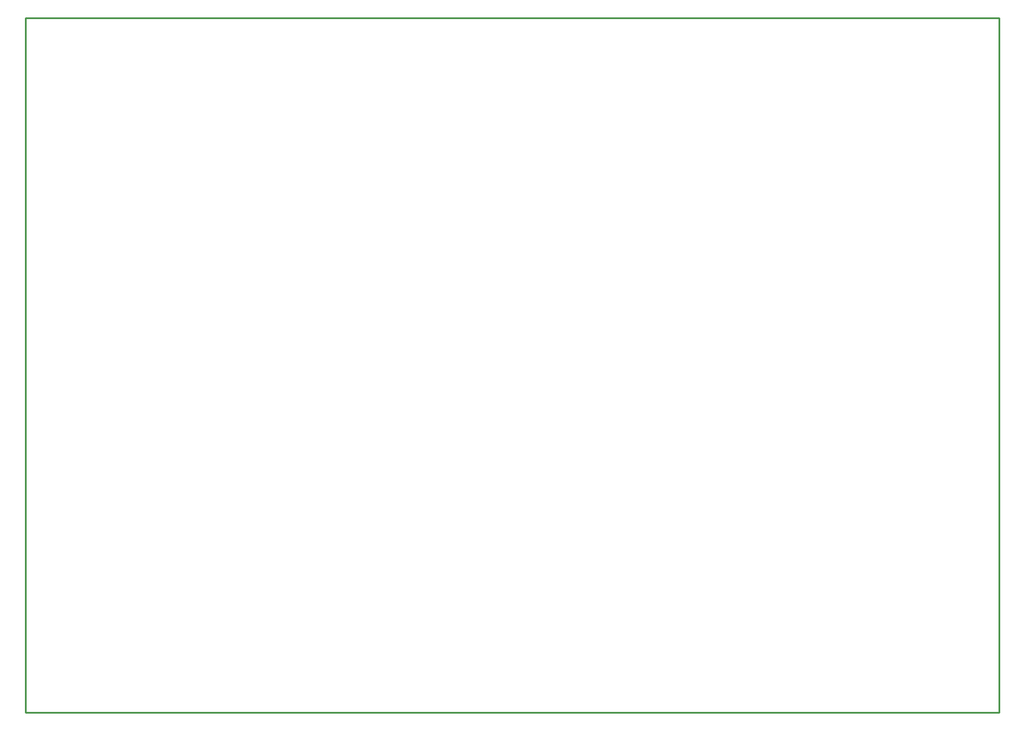
<source format=gm1>
G04*
G04 #@! TF.GenerationSoftware,Altium Limited,Altium Designer,22.3.1 (43)*
G04*
G04 Layer_Color=16711935*
%FSLAX25Y25*%
%MOIN*%
G70*
G04*
G04 #@! TF.SameCoordinates,95171FB7-D515-428C-BD45-E7A15DE81ABC*
G04*
G04*
G04 #@! TF.FilePolarity,Positive*
G04*
G01*
G75*
%ADD11C,0.01000*%
D11*
Y400000D02*
X560000D01*
X0Y0D02*
Y400000D01*
Y0D02*
X560000D01*
Y400000D01*
M02*

</source>
